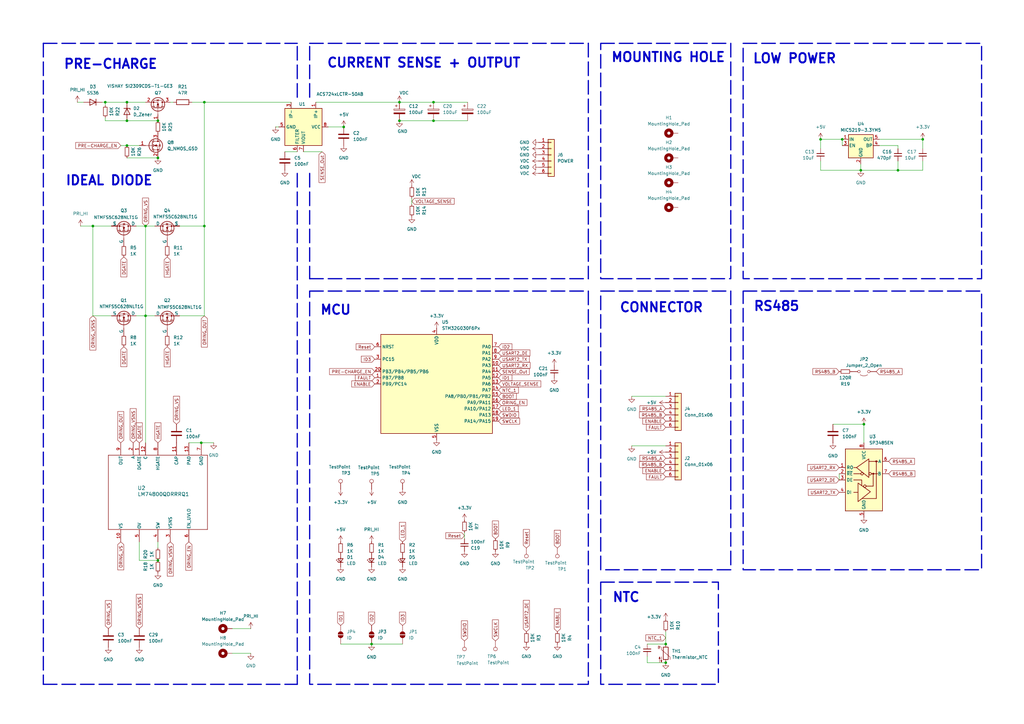
<source format=kicad_sch>
(kicad_sch (version 20250114) (generator "eeschema") (generator_version "9.0")
  (paper "A3")
  (title_block (company "TiManh"))
  (rectangle (start 304.8 17.78) (end 402.59 114.3) (stroke (width 0.508) (type dash)))
  (rectangle (start 127 119.38) (end 241.3 280.67) (stroke (width 0.508) (type dash)))
  (rectangle (start 246.38 238.76) (end 294.64 280.67) (stroke (width 0.508) (type dash)))
  (rectangle (start 304.8 119.38) (end 402.59 233.68) (stroke (width 0.508) (type dash)))
  (rectangle (start 246.38 17.78) (end 299.72 114.3) (stroke (width 0.508) (type dash)))
  (rectangle (start 246.38 119.38) (end 299.72 233.68) (stroke (width 0.508) (type dash)))
  (text "MOUNTING HOLE" (at 274.066 23.622 0) (effects (font (size 3.81 3.81) (bold yes))))
  (text "CONNECTOR" (at 271.272 126.238 0) (effects (font (size 3.81 3.81) (bold yes))))
  (text "IDEAL DIODE" (at 26.67 74.168 0) (effects (font (size 3.81 3.81) (bold yes)) (justify left)))
  (text "MCU" (at 137.668 127.254 0) (effects (font (size 3.81 3.81) (bold yes))))
  (text "RS485" (at 318.516 125.73 0) (effects (font (size 3.81 3.81) (bold yes))))
  (text "LOW POWER" (at 325.882 24.13 0) (effects (font (size 3.81 3.81) (bold yes))))
  (text "PRE-CHARGE" (at 25.908 26.416 0) (effects (font (size 3.81 3.81) (bold yes)) (justify left)))
  (text "CURRENT SENSE + OUTPUT" (at 133.858 25.908 0) (effects (font (size 3.81 3.81) (bold yes)) (justify left)))
  (text "NTC" (at 256.794 245.11 0) (effects (font (size 3.81 3.81) (bold yes))))
  (junction (at 52.07 59.69))
  (junction (at 354.33 173.99))
  (junction (at 64.77 49.53))
  (junction (at 163.83 41.91))
  (junction (at 64.77 64.77))
  (junction (at 378.46 57.15))
  (junction (at 336.55 57.15))
  (junction (at 52.07 49.53))
  (junction (at 163.83 49.53))
  (junction (at 152.4 264.16))
  (junction (at 82.55 181.61))
  (junction (at 64.77 229.87))
  (junction (at 59.69 92.71))
  (junction (at 345.44 57.15))
  (junction (at 83.82 92.71))
  (junction (at 43.18 41.91))
  (junction (at 38.1 92.71))
  (junction (at 273.05 271.78))
  (junction (at 368.3 69.85))
  (junction (at 59.69 129.54))
  (junction (at 177.8 49.53))
  (junction (at 140.97 52.07))
  (junction (at 353.06 69.85))
  (junction (at 83.82 41.91))
  (junction (at 177.8 41.91))
  (junction (at 273.05 264.16))
  (junction (at 52.07 41.91))
  (wire (pts (xy 59.69 92.71) (xy 59.69 129.54)))
  (wire (pts (xy 345.44 57.15) (xy 345.44 59.69)))
  (wire (pts (xy 49.53 59.69) (xy 52.07 59.69)))
  (wire (pts (xy 59.69 129.54) (xy 59.69 181.61)))
  (wire (pts (xy 360.68 59.69) (xy 368.3 59.69)))
  (wire (pts (xy 73.66 129.54) (xy 83.82 129.54)))
  (wire (pts (xy 165.1 264.16) (xy 152.4 264.16)))
  (wire (pts (xy 344.17 194.31) (xy 344.17 196.85)))
  (wire (pts (xy 163.83 49.53) (xy 177.8 49.53)))
  (wire (pts (xy 265.43 271.78) (xy 273.05 271.78)))
  (wire (pts (xy 353.06 67.31) (xy 353.06 69.85)))
  (polyline (pts (xy 127 19.05) (xy 127 40.64)) (stroke (width 0.508) (type dash)))
  (wire (pts (xy 265.43 264.16) (xy 273.05 264.16)))
  (wire (pts (xy 38.1 92.71) (xy 38.1 129.54)))
  (polyline (pts (xy 17.78 17.78) (xy 121.92 17.78)) (stroke (width 0.508) (type dash)))
  (wire (pts (xy 273.05 259.08) (xy 273.05 264.16)))
  (wire (pts (xy 354.33 173.99) (xy 354.33 181.61)))
  (wire (pts (xy 83.82 92.71) (xy 83.82 41.91)))
  (wire (pts (xy 77.47 181.61) (xy 82.55 181.61)))
  (polyline (pts (xy 127 114.3) (xy 241.3 114.3)) (stroke (width 0.508) (type dash)))
  (wire (pts (xy 265.43 269.24) (xy 265.43 271.78)))
  (polyline (pts (xy 127 17.78) (xy 241.3 17.78)) (stroke (width 0.508) (type dash)))
  (wire (pts (xy 177.8 41.91) (xy 191.77 41.91)))
  (wire (pts (xy 177.8 49.53) (xy 191.77 49.53)))
  (polyline (pts (xy 241.3 17.78) (xy 241.3 114.3)) (stroke (width 0.508) (type dash)))
  (wire (pts (xy 71.12 41.91) (xy 69.85 41.91)))
  (wire (pts (xy 259.08 162.56) (xy 273.05 162.56)))
  (wire (pts (xy 336.55 60.96) (xy 336.55 57.15)))
  (wire (pts (xy 38.1 92.71) (xy 45.72 92.71)))
  (wire (pts (xy 83.82 41.91) (xy 119.38 41.91)))
  (wire (pts (xy 83.82 41.91) (xy 78.74 41.91)))
  (wire (pts (xy 31.75 41.91) (xy 34.29 41.91)))
  (wire (pts (xy 43.18 41.91) (xy 52.07 41.91)))
  (wire (pts (xy 190.5 220.98) (xy 190.5 218.44)))
  (wire (pts (xy 336.55 69.85) (xy 353.06 69.85)))
  (wire (pts (xy 59.69 92.71) (xy 63.5 92.71)))
  (wire (pts (xy 43.18 43.18) (xy 43.18 41.91)))
  (wire (pts (xy 368.3 60.96) (xy 368.3 59.69)))
  (wire (pts (xy 33.02 92.71) (xy 38.1 92.71)))
  (wire (pts (xy 52.07 41.91) (xy 59.69 41.91)))
  (wire (pts (xy 41.91 41.91) (xy 43.18 41.91)))
  (wire (pts (xy 102.87 267.97) (xy 95.25 267.97)))
  (wire (pts (xy 152.4 264.16) (xy 139.7 264.16)))
  (wire (pts (xy 368.3 66.04) (xy 368.3 69.85)))
  (wire (pts (xy 43.18 49.53) (xy 52.07 49.53)))
  (wire (pts (xy 73.66 92.71) (xy 83.82 92.71)))
  (wire (pts (xy 52.07 49.53) (xy 64.77 49.53)))
  (wire (pts (xy 129.54 41.91) (xy 163.83 41.91)))
  (wire (pts (xy 64.77 222.25) (xy 64.77 224.79)))
  (wire (pts (xy 132.08 62.23) (xy 124.46 62.23)))
  (wire (pts (xy 168.91 83.82) (xy 168.91 81.28)))
  (polyline (pts (xy 17.78 280.67) (xy 121.92 280.67)) (stroke (width 0.508) (type dash)))
  (wire (pts (xy 55.88 92.71) (xy 59.69 92.71)))
  (wire (pts (xy 368.3 69.85) (xy 378.46 69.85)))
  (wire (pts (xy 102.87 257.81) (xy 95.25 257.81)))
  (polyline (pts (xy 121.92 71.12) (xy 121.92 280.67)) (stroke (width 0.508) (type dash)))
  (wire (pts (xy 353.06 69.85) (xy 368.3 69.85)))
  (wire (pts (xy 38.1 129.54) (xy 45.72 129.54)))
  (wire (pts (xy 140.97 52.07) (xy 134.62 52.07)))
  (wire (pts (xy 336.55 57.15) (xy 345.44 57.15)))
  (wire (pts (xy 116.84 62.23) (xy 121.92 62.23)))
  (wire (pts (xy 59.69 129.54) (xy 63.5 129.54)))
  (wire (pts (xy 378.46 66.04) (xy 378.46 69.85)))
  (wire (pts (xy 64.77 229.87) (xy 57.15 229.87)))
  (wire (pts (xy 52.07 59.69) (xy 57.15 59.69)))
  (wire (pts (xy 55.88 129.54) (xy 59.69 129.54)))
  (wire (pts (xy 259.08 182.88) (xy 273.05 182.88)))
  (wire (pts (xy 113.03 52.07) (xy 114.3 52.07)))
  (wire (pts (xy 336.55 66.04) (xy 336.55 69.85)))
  (wire (pts (xy 57.15 229.87) (xy 57.15 222.25)))
  (wire (pts (xy 52.07 64.77) (xy 64.77 64.77)))
  (wire (pts (xy 83.82 129.54) (xy 83.82 92.71)))
  (polyline (pts (xy 127 71.12) (xy 127 114.3)) (stroke (width 0.508) (type dash)))
  (wire (pts (xy 341.63 173.99) (xy 354.33 173.99)))
  (polyline (pts (xy 121.92 19.05) (xy 121.92 40.64)) (stroke (width 0.508) (type dash)))
  (wire (pts (xy 87.63 181.61) (xy 82.55 181.61)))
  (wire (pts (xy 43.18 48.26) (xy 43.18 49.53)))
  (wire (pts (xy 163.83 41.91) (xy 177.8 41.91)))
  (polyline (pts (xy 17.78 17.78) (xy 17.78 280.67)) (stroke (width 0.508) (type dash)))
  (wire (pts (xy 378.46 57.15) (xy 378.46 60.96)))
  (wire (pts (xy 360.68 57.15) (xy 378.46 57.15)))
  (global_label "ORING_OUT" (shape input) (at 83.82 129.54 270) (property "Intersheetrefs" "${INTERSHEET_REFS}" (effects (hide yes))))
  (global_label "SENSE_Out" (shape input) (at 204.47 152.4 0) (property "Intersheetrefs" "${INTERSHEET_REFS}" (effects (hide yes))))
  (global_label "ENABLE" (shape input) (at 273.05 193.04 180) (property "Intersheetrefs" "${INTERSHEET_REFS}" (effects (hide yes))))
  (global_label "HGATE" (shape input) (at 64.77 181.61 90) (property "Intersheetrefs" "${INTERSHEET_REFS}" (effects (hide yes))))
  (global_label "ID2" (shape input) (at 204.47 142.24 0) (property "Intersheetrefs" "${INTERSHEET_REFS}" (effects (hide yes))))
  (global_label "FAULT" (shape input) (at 273.05 195.58 180) (property "Intersheetrefs" "${INTERSHEET_REFS}" (effects (hide yes))))
  (global_label "ORING_VSNS" (shape input) (at 38.1 129.54 270) (property "Intersheetrefs" "${INTERSHEET_REFS}" (effects (hide yes))))
  (global_label "PRE-CHARGE_EN" (shape input) (at 49.53 59.69 180) (property "Intersheetrefs" "${INTERSHEET_REFS}" (effects (hide yes))))
  (global_label "ID1" (shape input) (at 204.47 154.94 0) (property "Intersheetrefs" "${INTERSHEET_REFS}" (effects (hide yes))))
  (global_label "VOLTAGE_SENSE" (shape input) (at 168.91 82.55 0) (property "Intersheetrefs" "${INTERSHEET_REFS}" (effects (hide yes))))
  (global_label "Reset" (shape input) (at 215.9 224.79 90) (property "Intersheetrefs" "${INTERSHEET_REFS}" (effects (hide yes))))
  (global_label "FAULT" (shape input) (at 153.67 154.94 180) (property "Intersheetrefs" "${INTERSHEET_REFS}" (effects (hide yes))))
  (global_label "RS485_B" (shape input) (at 344.17 152.4 180) (property "Intersheetrefs" "${INTERSHEET_REFS}" (effects (hide yes))))
  (global_label "ID1" (shape input) (at 139.7 256.54 90) (property "Intersheetrefs" "${INTERSHEET_REFS}" (effects (hide yes))))
  (global_label "SWCLK" (shape input) (at 204.47 172.72 0) (property "Intersheetrefs" "${INTERSHEET_REFS}" (effects (hide yes))))
  (global_label "SWCLK" (shape input) (at 203.2 262.89 90) (property "Intersheetrefs" "${INTERSHEET_REFS}" (effects (hide yes))))
  (global_label "ENABLE" (shape input) (at 228.6 259.08 90) (property "Intersheetrefs" "${INTERSHEET_REFS}" (effects (hide yes))))
  (global_label "USART2_DE" (shape input) (at 215.9 259.08 90) (property "Intersheetrefs" "${INTERSHEET_REFS}" (effects (hide yes))))
  (global_label "VOLTAGE_SENSE" (shape input) (at 204.47 157.48 0) (property "Intersheetrefs" "${INTERSHEET_REFS}" (effects (hide yes))))
  (global_label "RS485_A" (shape input) (at 273.05 187.96 180) (property "Intersheetrefs" "${INTERSHEET_REFS}" (effects (hide yes))))
  (global_label "ORING_VS" (shape input) (at 44.45 257.81 90) (property "Intersheetrefs" "${INTERSHEET_REFS}" (effects (hide yes))))
  (global_label "USART2_TX" (shape input) (at 344.17 201.93 180) (property "Intersheetrefs" "${INTERSHEET_REFS}" (effects (hide yes))))
  (global_label "FAULT" (shape input) (at 273.05 175.26 180) (property "Intersheetrefs" "${INTERSHEET_REFS}" (effects (hide yes))))
  (global_label "ID3" (shape input) (at 153.67 147.32 180) (property "Intersheetrefs" "${INTERSHEET_REFS}" (effects (hide yes))))
  (global_label "HGATE" (shape input) (at 68.58 142.24 270) (property "Intersheetrefs" "${INTERSHEET_REFS}" (effects (hide yes))))
  (global_label "ORING_VS" (shape input) (at 49.53 222.25 270) (property "Intersheetrefs" "${INTERSHEET_REFS}" (effects (hide yes))))
  (global_label "Reset" (shape input) (at 153.67 142.24 180) (property "Intersheetrefs" "${INTERSHEET_REFS}" (effects (hide yes))))
  (global_label "DGATE" (shape input) (at 50.8 105.41 270) (property "Intersheetrefs" "${INTERSHEET_REFS}" (effects (hide yes))))
  (global_label "SENSE_Out" (shape input) (at 132.08 62.23 270) (property "Intersheetrefs" "${INTERSHEET_REFS}" (effects (hide yes))))
  (global_label "ORING_VS" (shape input) (at 59.69 92.71 90) (property "Intersheetrefs" "${INTERSHEET_REFS}" (effects (hide yes))))
  (global_label "ID3" (shape input) (at 165.1 256.54 90) (property "Intersheetrefs" "${INTERSHEET_REFS}" (effects (hide yes))))
  (global_label "USART2_DE" (shape input) (at 204.47 144.78 0) (property "Intersheetrefs" "${INTERSHEET_REFS}" (effects (hide yes))))
  (global_label "USART2_RX" (shape input) (at 204.47 149.86 0) (property "Intersheetrefs" "${INTERSHEET_REFS}" (effects (hide yes))))
  (global_label "LED_1" (shape input) (at 204.47 167.64 0) (property "Intersheetrefs" "${INTERSHEET_REFS}" (effects (hide yes))))
  (global_label "ENABLE" (shape input) (at 153.67 157.48 180) (property "Intersheetrefs" "${INTERSHEET_REFS}" (effects (hide yes))))
  (global_label "USART2_TX" (shape input) (at 204.47 147.32 0) (property "Intersheetrefs" "${INTERSHEET_REFS}" (effects (hide yes))))
  (global_label "LED_1" (shape input) (at 165.1 222.25 90) (property "Intersheetrefs" "${INTERSHEET_REFS}" (effects (hide yes))))
  (global_label "NTC_1" (shape input) (at 273.05 261.62 180) (property "Intersheetrefs" "${INTERSHEET_REFS}" (effects (hide yes))))
  (global_label "RS485_B" (shape input) (at 273.05 190.5 180) (property "Intersheetrefs" "${INTERSHEET_REFS}" (effects (hide yes))))
  (global_label "NTC_1" (shape input) (at 204.47 160.02 0) (property "Intersheetrefs" "${INTERSHEET_REFS}" (effects (hide yes))))
  (global_label "ORING_EN" (shape input) (at 204.47 165.1 0) (property "Intersheetrefs" "${INTERSHEET_REFS}" (effects (hide yes))))
  (global_label "USART2_RX" (shape input) (at 344.17 191.77 180) (property "Intersheetrefs" "${INTERSHEET_REFS}" (effects (hide yes))))
  (global_label "RS485_A" (shape input) (at 273.05 167.64 180) (property "Intersheetrefs" "${INTERSHEET_REFS}" (effects (hide yes))))
  (global_label "DGATE" (shape input) (at 50.8 142.24 270) (property "Intersheetrefs" "${INTERSHEET_REFS}" (effects (hide yes))))
  (global_label "RS485_B" (shape input) (at 273.05 170.18 180) (property "Intersheetrefs" "${INTERSHEET_REFS}" (effects (hide yes))))
  (global_label "Reset" (shape input) (at 190.5 219.71 180) (property "Intersheetrefs" "${INTERSHEET_REFS}" (effects (hide yes))))
  (global_label "RS485_A" (shape input) (at 359.41 152.4 0) (property "Intersheetrefs" "${INTERSHEET_REFS}" (effects (hide yes))))
  (global_label "RS485_B" (shape input) (at 364.49 194.31 0) (property "Intersheetrefs" "${INTERSHEET_REFS}" (effects (hide yes))))
  (global_label "ORING_OUT" (shape input) (at 49.53 181.61 90) (property "Intersheetrefs" "${INTERSHEET_REFS}" (effects (hide yes))))
  (global_label "HGATE" (shape input) (at 68.58 105.41 270) (property "Intersheetrefs" "${INTERSHEET_REFS}" (effects (hide yes))))
  (global_label "ENABLE" (shape input) (at 273.05 172.72 180) (property "Intersheetrefs" "${INTERSHEET_REFS}" (effects (hide yes))))
  (global_label "ORING_VSNS" (shape input) (at 57.15 257.81 90) (property "Intersheetrefs" "${INTERSHEET_REFS}" (effects (hide yes))))
  (global_label "BOOT" (shape input) (at 228.6 224.79 90) (property "Intersheetrefs" "${INTERSHEET_REFS}" (effects (hide yes))))
  (global_label "DGATE" (shape input) (at 57.15 181.61 90) (property "Intersheetrefs" "${INTERSHEET_REFS}" (effects (hide yes))))
  (global_label "ID2" (shape input) (at 152.4 256.54 90) (property "Intersheetrefs" "${INTERSHEET_REFS}" (effects (hide yes))))
  (global_label "ORING_EN" (shape input) (at 77.47 222.25 270) (property "Intersheetrefs" "${INTERSHEET_REFS}" (effects (hide yes))))
  (global_label "BOOT" (shape input) (at 203.2 220.98 90) (property "Intersheetrefs" "${INTERSHEET_REFS}" (effects (hide yes))))
  (global_label "PRE-CHARGE_EN" (shape input) (at 153.67 152.4 180) (property "Intersheetrefs" "${INTERSHEET_REFS}" (effects (hide yes))))
  (global_label "BOOT" (shape input) (at 204.47 162.56 0) (property "Intersheetrefs" "${INTERSHEET_REFS}" (effects (hide yes))))
  (global_label "ORING_VS" (shape input) (at 72.39 173.99 90) (property "Intersheetrefs" "${INTERSHEET_REFS}" (effects (hide yes))))
  (global_label "ORING_VSNS" (shape input) (at 54.61 181.61 90) (property "Intersheetrefs" "${INTERSHEET_REFS}" (effects (hide yes))))
  (global_label "RS485_A" (shape input) (at 364.49 189.23 0) (property "Intersheetrefs" "${INTERSHEET_REFS}" (effects (hide yes))))
  (global_label "SWDIO" (shape input) (at 190.5 262.89 90) (property "Intersheetrefs" "${INTERSHEET_REFS}" (effects (hide yes))))
  (global_label "SWDIO" (shape input) (at 204.47 170.18 0) (property "Intersheetrefs" "${INTERSHEET_REFS}" (effects (hide yes))))
  (global_label "USART2_DE" (shape input) (at 344.17 196.85 180) (property "Intersheetrefs" "${INTERSHEET_REFS}" (effects (hide yes))))
  (global_label "ORING_VSNS" (shape input) (at 69.85 222.25 270) (property "Intersheetrefs" "${INTERSHEET_REFS}" (effects (hide yes))))
  (symbol (lib_id "Device:C_Polarized") (at 191.77 45.72 0) (unit 1)
    (property "Reference" "C22" (at 195.58 43.5609 0) (effects (justify left)))
    (property "Value" "100uF" (at 195.58 46.1009 0) (effects (justify left)))
    (property "Footprint" "Capacitor_THT:CP_Radial_D10.0mm_P5.00mm" (effects (hide yes)))
    (property "Description" "Polarized capacitor" (effects (hide yes)))
  )
  (symbol (lib_id "Device:C") (at 72.39 177.8 180) (unit 1)
    (property "Reference" "C1" (at 76.2 176.5299 0) (effects (justify right)))
    (property "Value" "100nF" (at 76.2 179.0699 0) (effects (justify right)))
    (property "Footprint" "Capacitor_SMD:C_0603_1608Metric" (effects (hide yes)))
    (property "Description" "Unpolarized capacitor" (effects (hide yes)))
  )
  (symbol (lib_id "Interface_UART:SP3485EN") (at 354.33 196.85 0) (unit 1)
    (property "Reference" "U3" (at 356.4733 179.07 0) (effects (justify left)))
    (property "Value" "SP3485EN" (at 356.4733 181.61 0) (effects (justify left)))
    (property "Footprint" "Package_SO:SOIC-8_3.9x4.9mm_P1.27mm" (effects (hide yes)))
    (property "Datasheet" "http://www.icbase.com/pdf/SPX/SPX00480106.pdf" (effects (hide yes)))
    (property "Description" "Industrial 3.3V Low Power Half-Duplex RS-485 Transceiver 10Mbps, SOIC-8" (effects (hide yes)))
  )
  (symbol (lib_id "Jumper:SolderJumper_2_Open") (at 152.4 260.35 270) (unit 1) (in_bom no)
    (property "Reference" "JP3" (at 154.94 259.0799 90) (effects (justify left)))
    (property "Value" "ID" (at 154.94 261.6199 90) (effects (justify left)))
    (property "Footprint" "Jumper:SolderJumper-2_P1.3mm_Open_TrianglePad1.0x1.5mm" (effects (hide yes)))
    (property "Description" "Solder Jumper, 2-pole, open" (effects (hide yes)))
  )
  (symbol (lib_id "Transistor_FET:Q_NMOS_GSD") (at 62.23 59.69 0) (unit 1)
    (property "Reference" "Q8" (at 68.58 58.4199 0) (effects (justify left)))
    (property "Value" "Q_NMOS_GSD" (at 68.58 60.9599 0) (effects (justify left)))
    (property "Footprint" "Package_TO_SOT_SMD:SOT-23" (effects (hide yes)))
    (property "Description" "N-MOSFET transistor, gate/source/drain" (effects (hide yes)))
  )
  (symbol (lib_id "power:GND") (at 259.08 162.56 0) (unit 1)
    (property "Reference" "#PWR06" (effects (hide yes)))
    (property "Value" "GND" (at 259.08 167.894 0))
    (property "Description" "Power symbol creates a global label with name \"GND\" , ground" (effects (hide yes)))
  )
  (symbol (lib_id "Mechanical:MountingHole_Pad") (at 275.59 85.09 90) (unit 1) (in_bom no)
    (property "Reference" "H4" (at 274.32 78.74 90))
    (property "Value" "MountingHole_Pad" (at 274.32 81.28 90))
    (property "Footprint" "MountingHole:MountingHole_3.2mm_M3_Pad_Via" (effects (hide yes)))
    (property "Description" "Mounting Hole with connection" (effects (hide yes)))
  )
  (symbol (lib_id "Device:R_Small") (at 68.58 102.87 0) (unit 1)
    (property "Reference" "R11" (at 71.12 101.5999 0) (effects (justify left)))
    (property "Value" "1K" (at 71.12 104.1399 0) (effects (justify left)))
    (property "Footprint" "Resistor_SMD:R_0603_1608Metric" (effects (hide yes)))
    (property "Description" "Resistor, small symbol" (effects (hide yes)))
  )
  (symbol (lib_id "Device:R_Small") (at 168.91 78.74 0) (mirror x) (unit 1)
    (property "Reference" "R13" (at 173.99 78.74 90))
    (property "Value" "10K" (at 171.45 78.74 90))
    (property "Footprint" "Resistor_SMD:R_0603_1608Metric" (effects (hide yes)))
    (property "Description" "Resistor, small symbol" (effects (hide yes)))
  )
  (symbol (lib_id "TiManh:NMOS-8PINS") (at 50.8 93.98 270) (mirror x) (unit 1)
    (property "Reference" "Q3" (at 50.8 86.36 90))
    (property "Value" "NTMFS5C628NLT1G" (at 47.498 89.154 90))
    (property "Footprint" "Package_DFN_QFN:PQFN-8-EP_6x5mm_P1.27mm_Generic" (effects (hide yes)))
  )
  (symbol (lib_id "power:GND") (at 165.1 200.66 0) (unit 1)
    (property "Reference" "#PWR064" (effects (hide yes)))
    (property "Value" "GND" (at 165.1 205.994 0))
    (property "Description" "Power symbol creates a global label with name \"GND\" , ground" (effects (hide yes)))
  )
  (symbol (lib_id "Device:R_Small") (at 168.91 86.36 0) (mirror x) (unit 1)
    (property "Reference" "R14" (at 173.99 86.36 90))
    (property "Value" "10K" (at 171.45 86.36 90))
    (property "Footprint" "Resistor_SMD:R_0603_1608Metric" (effects (hide yes)))
    (property "Description" "Resistor, small symbol" (effects (hide yes)))
  )
  (symbol (lib_id "Connector:TestPoint") (at 203.2 262.89 180) (unit 1) (in_bom no)
    (property "Reference" "TP6" (at 199.898 269.24 0) (effects (justify right)))
    (property "Value" "TestPoint" (at 199.898 271.78 0) (effects (justify right)))
    (property "Footprint" "TestPoint:TestPoint_Pad_D1.0mm" (effects (hide yes)))
    (property "Description" "test point" (effects (hide yes)))
  )
  (symbol (lib_id "Device:C") (at 116.84 66.04 180) (unit 1)
    (property "Reference" "C5" (at 120.65 64.7699 0) (effects (justify right)))
    (property "Value" "100nF" (at 120.65 67.3099 0) (effects (justify right)))
    (property "Footprint" "Capacitor_SMD:C_0603_1608Metric" (effects (hide yes)))
    (property "Description" "Unpolarized capacitor" (effects (hide yes)))
  )
  (symbol (lib_id "Regulator_Linear:MIC5219-3.3YM5") (at 353.06 59.69 0) (unit 1)
    (property "Reference" "U4" (at 353.06 50.8 0))
    (property "Value" "MIC5219-3.3YM5" (at 353.06 53.34 0))
    (property "Footprint" "Package_TO_SOT_SMD:SOT-23-5" (effects (hide yes)))
    (property "Datasheet" "http://ww1.microchip.com/downloads/en/DeviceDoc/MIC5219-500mA-Peak-Output-LDO-Regulator-DS20006021A.pdf" (effects (hide yes)))
    (property "Description" "500mA low dropout linear regulator, fixed 3.3V output, SOT-23-5" (effects (hide yes)))
  )
  (symbol (lib_id "power:GND") (at 102.87 267.97 0) (unit 1)
    (property "Reference" "#PWR045" (effects (hide yes)))
    (property "Value" "GND" (at 102.87 273.05 0))
    (property "Description" "Power symbol creates a global label with name \"GND\" , ground" (effects (hide yes)))
  )
  (symbol (lib_id "Device:R_Small") (at 190.5 215.9 0) (mirror x) (unit 1)
    (property "Reference" "R7" (at 195.58 215.9 90))
    (property "Value" "10K" (at 193.04 215.9 90))
    (property "Footprint" "Resistor_SMD:R_0603_1608Metric" (effects (hide yes)))
    (property "Description" "Resistor, small symbol" (effects (hide yes)))
  )
  (symbol (lib_id "power:+3.3V") (at 378.46 57.15 0) (unit 1)
    (property "Reference" "#PWR023" (effects (hide yes)))
    (property "Value" "+3.3V" (at 378.46 52.07 0))
    (property "Description" "Power symbol creates a global label with name \"+3.3V\"" (effects (hide yes)))
  )
  (symbol (lib_id "power:GND") (at 64.77 234.95 0) (unit 1)
    (property "Reference" "#PWR024" (effects (hide yes)))
    (property "Value" "GND" (at 64.77 240.03 0))
    (property "Description" "Power symbol creates a global label with name \"GND\" , ground" (effects (hide yes)))
  )
  (symbol (lib_id "Device:C") (at 57.15 261.62 180) (unit 1)
    (property "Reference" "C29" (at 60.96 260.3499 0) (effects (justify right)))
    (property "Value" "100nF" (at 60.96 262.8899 0) (effects (justify right)))
    (property "Footprint" "Capacitor_SMD:C_0603_1608Metric" (effects (hide yes)))
    (property "Description" "Unpolarized capacitor" (effects (hide yes)))
  )
  (symbol (lib_id "TiManh:NMOS-8PINS") (at 68.58 130.81 90) (unit 1)
    (property "Reference" "Q2" (at 68.58 123.19 90))
    (property "Value" "NTMFS5C628NLT1G" (at 73.66 125.984 90))
    (property "Footprint" "Package_DFN_QFN:PQFN-8-EP_6x5mm_P1.27mm_Generic" (effects (hide yes)))
  )
  (symbol (lib_id "power:GND") (at 203.2 226.06 0) (unit 1)
    (property "Reference" "#PWR026" (effects (hide yes)))
    (property "Value" "GND" (at 203.2 231.14 0))
    (property "Description" "Power symbol creates a global label with name \"GND\" , ground" (effects (hide yes)))
  )
  (symbol (lib_id "power:+5V") (at 139.7 222.25 0) (unit 1)
    (property "Reference" "#PWR035" (effects (hide yes)))
    (property "Value" "+5V" (at 139.7 217.17 0))
    (property "Description" "Power symbol creates a global label with name \"+5V\"" (effects (hide yes)))
  )
  (symbol (lib_id "Device:C") (at 140.97 55.88 180) (unit 1)
    (property "Reference" "C2" (at 144.78 54.6099 0) (effects (justify right)))
    (property "Value" "100nF" (at 144.78 57.1499 0) (effects (justify right)))
    (property "Footprint" "Capacitor_SMD:C_0603_1608Metric" (effects (hide yes)))
    (property "Description" "Unpolarized capacitor" (effects (hide yes)))
  )
  (symbol (lib_id "Device:C_Small") (at 265.43 266.7 0) (mirror y) (unit 1)
    (property "Reference" "C4" (at 262.89 265.4362 0) (effects (justify left)))
    (property "Value" "100nF" (at 262.89 267.9762 0) (effects (justify left)))
    (property "Footprint" "Capacitor_SMD:C_0603_1608Metric" (effects (hide yes)))
    (property "Description" "Unpolarized capacitor, small symbol" (effects (hide yes)))
  )
  (symbol (lib_id "Connector:TestPoint") (at 165.1 200.66 0) (unit 1) (in_bom no)
    (property "Reference" "TP4" (at 168.402 194.056 0) (effects (justify right)))
    (property "Value" "TestPoint" (at 168.402 191.516 0) (effects (justify right)))
    (property "Footprint" "TestPoint:TestPoint_Pad_D1.0mm" (effects (hide yes)))
    (property "Description" "test point" (effects (hide yes)))
  )
  (symbol (lib_id "Device:R_Small") (at 50.8 139.7 0) (unit 1)
    (property "Reference" "R8" (at 53.34 138.4299 0) (effects (justify left)))
    (property "Value" "1K" (at 53.34 140.9699 0) (effects (justify left)))
    (property "Footprint" "Resistor_SMD:R_0603_1608Metric" (effects (hide yes)))
    (property "Description" "Resistor, small symbol" (effects (hide yes)))
  )
  (symbol (lib_id "power:GND") (at 165.1 232.41 0) (unit 1)
    (property "Reference" "#PWR042" (effects (hide yes)))
    (property "Value" "GND" (at 165.1 237.49 0))
    (property "Description" "Power symbol creates a global label with name \"GND\" , ground" (effects (hide yes)))
  )
  (symbol (lib_id "Device:C_Small") (at 190.5 223.52 0) (mirror x) (unit 1)
    (property "Reference" "C19" (at 193.04 224.7838 0) (effects (justify left)))
    (property "Value" "100nF" (at 193.04 222.2438 0) (effects (justify left)))
    (property "Footprint" "Capacitor_SMD:C_0603_1608Metric" (effects (hide yes)))
    (property "Description" "Unpolarized capacitor, small symbol" (effects (hide yes)))
  )
  (symbol (lib_id "power:GND") (at 152.4 232.41 0) (unit 1)
    (property "Reference" "#PWR039" (effects (hide yes)))
    (property "Value" "GND" (at 152.4 237.49 0))
    (property "Description" "Power symbol creates a global label with name \"GND\" , ground" (effects (hide yes)))
  )
  (symbol (lib_id "Device:R_Small") (at 52.07 62.23 0) (mirror x) (unit 1)
    (property "Reference" "R26" (at 57.15 62.23 90))
    (property "Value" "10K" (at 54.61 62.23 90))
    (property "Footprint" "Resistor_SMD:R_0603_1608Metric" (effects (hide yes)))
    (property "Description" "Resistor, small symbol" (effects (hide yes)))
  )
  (symbol (lib_id "Connector_Generic:Conn_01x06") (at 278.13 167.64 0) (unit 1)
    (property "Reference" "J4" (at 280.67 167.6399 0) (effects (justify left)))
    (property "Value" "Conn_01x06" (at 280.67 170.1799 0) (effects (justify left)))
    (property "Footprint" "Connector_JST:JST_GH_SM06B-GHS-TB_1x06-1MP_P1.25mm_Horizontal" (effects (hide yes)))
    (property "Description" "Generic connector, single row, 01x06, script generated (kicad-library-utils/schlib/autogen/connector/)" (effects (hide yes)))
  )
  (symbol (lib_id "Device:R_Small") (at 139.7 224.79 0) (unit 1)
    (property "Reference" "R6" (at 142.24 223.5199 0) (effects (justify left)))
    (property "Value" "1K" (at 142.24 226.0599 0) (effects (justify left)))
    (property "Footprint" "Resistor_SMD:R_0603_1608Metric" (effects (hide yes)))
    (property "Description" "Resistor, small symbol" (effects (hide yes)))
  )
  (symbol (lib_id "power:+5V") (at 273.05 165.1 90) (unit 1)
    (property "Reference" "#PWR07" (effects (hide yes)))
    (property "Value" "+5V" (at 269.24 165.0999 90) (effects (justify left)))
    (property "Description" "Power symbol creates a global label with name \"+5V\"" (effects (hide yes)))
  )
  (symbol (lib_id "Device:R_Small") (at 346.71 152.4 270) (unit 1)
    (property "Reference" "R19" (at 346.71 157.48 90))
    (property "Value" "120R" (at 346.71 154.94 90))
    (property "Footprint" "Resistor_SMD:R_0603_1608Metric" (effects (hide yes)))
    (property "Description" "Resistor, small symbol" (effects (hide yes)))
  )
  (symbol (lib_id "Device:LED_Small") (at 139.7 229.87 90) (unit 1)
    (property "Reference" "D1" (at 142.24 228.5364 90) (effects (justify right)))
    (property "Value" "LED" (at 142.24 231.0764 90) (effects (justify right)))
    (property "Footprint" "LED_SMD:LED_0603_1608Metric" (effects (hide yes)))
    (property "Description" "Light emitting diode, small symbol" (effects (hide yes)))
    (property "Sim.Pin" "1=K 2=A" (effects (hide yes)))
  )
  (symbol (lib_id "Mechanical:MountingHole_Pad") (at 275.59 74.93 90) (unit 1) (in_bom no)
    (property "Reference" "H3" (at 274.32 68.58 90))
    (property "Value" "MountingHole_Pad" (at 274.32 71.12 90))
    (property "Footprint" "MountingHole:MountingHole_3.2mm_M3_Pad_Via" (effects (hide yes)))
    (property "Description" "Mounting Hole with connection" (effects (hide yes)))
  )
  (symbol (lib_id "power:VDC") (at 168.91 76.2 0) (unit 1) (on_board no)
    (property "Reference" "#PWR018" (effects (hide yes)))
    (property "Value" "VDC" (at 168.9101 72.39 0) (effects (justify left)))
    (property "Description" "Power symbol creates a global label with name \"VDC\"" (effects (hide yes)))
  )
  (symbol (lib_id "Device:D_Zener") (at 52.07 45.72 270) (unit 1)
    (property "Reference" "D2" (at 54.61 44.4499 90) (effects (justify left)))
    (property "Value" "D_Zener" (at 54.61 46.9899 90) (effects (justify left)))
    (property "Footprint" "Diode_SMD:D_SOD-323" (effects (hide yes)))
    (property "Description" "Zener diode" (effects (hide yes)))
  )
  (symbol (lib_id "Device:C") (at 44.45 261.62 180) (unit 1)
    (property "Reference" "C3" (at 48.26 260.3499 0) (effects (justify right)))
    (property "Value" "100nF" (at 48.26 262.8899 0) (effects (justify right)))
    (property "Footprint" "Capacitor_SMD:C_0603_1608Metric" (effects (hide yes)))
    (property "Description" "Unpolarized capacitor" (effects (hide yes)))
  )
  (symbol (lib_id "power:GND") (at 353.06 69.85 0) (unit 1)
    (property "Reference" "#PWR029" (effects (hide yes)))
    (property "Value" "GND" (at 353.06 74.93 0))
    (property "Description" "Power symbol creates a global label with name \"GND\" , ground" (effects (hide yes)))
  )
  (symbol (lib_id "power:GND") (at 140.97 59.69 0) (unit 1)
    (property "Reference" "#PWR011" (effects (hide yes)))
    (property "Value" "GND" (at 140.97 64.77 0))
    (property "Description" "Power symbol creates a global label with name \"GND\" , ground" (effects (hide yes)))
  )
  (symbol (lib_id "power:GND") (at 273.05 271.78 0) (unit 1)
    (property "Reference" "#PWR049" (effects (hide yes)))
    (property "Value" "GND" (at 273.05 276.86 0))
    (property "Description" "Power symbol creates a global label with name \"GND\" , ground" (effects (hide yes)))
  )
  (symbol (lib_id "power:VDC") (at 220.98 60.96 90) (unit 1)
    (property "Reference" "#PWR048" (effects (hide yes)))
    (property "Value" "VDC" (at 217.17 60.9599 90) (effects (justify left)))
    (property "Description" "Power symbol creates a global label with name \"VDC\"" (effects (hide yes)))
  )
  (symbol (lib_id "Device:C_Small") (at 227.33 152.4 0) (mirror y) (unit 1)
    (property "Reference" "C21" (at 224.79 151.1362 0) (effects (justify left)))
    (property "Value" "100nF" (at 224.79 153.6762 0) (effects (justify left)))
    (property "Footprint" "Capacitor_SMD:C_0603_1608Metric" (effects (hide yes)))
    (property "Description" "Unpolarized capacitor, small symbol" (effects (hide yes)))
  )
  (symbol (lib_id "power:GND") (at 215.9 264.16 0) (unit 1)
    (property "Reference" "#PWR043" (effects (hide yes)))
    (property "Value" "GND" (at 215.9 269.24 0))
    (property "Description" "Power symbol creates a global label with name \"GND\" , ground" (effects (hide yes)))
  )
  (symbol (lib_id "Mechanical:MountingHole_Pad") (at 92.71 267.97 90) (unit 1) (in_bom no)
    (property "Reference" "H8" (at 91.44 261.62 90))
    (property "Value" "MountingHole_Pad" (at 91.44 264.16 90))
    (property "Footprint" "MountingHole:MountingHole_3.2mm_M3_Pad_Via" (effects (hide yes)))
    (property "Description" "Mounting Hole with connection" (effects (hide yes)))
  )
  (symbol (lib_id "Connector:TestPoint") (at 215.9 224.79 180) (unit 1) (in_bom no)
    (property "Reference" "TP2" (at 219.202 232.918 0) (effects (justify left)))
    (property "Value" "TestPoint" (at 219.202 230.378 0) (effects (justify left)))
    (property "Footprint" "TestPoint:TestPoint_Pad_D1.0mm" (effects (hide yes)))
    (property "Description" "test point" (effects (hide yes)))
  )
  (symbol (lib_id "Device:R") (at 74.93 41.91 90) (unit 1)
    (property "Reference" "R21" (at 74.93 35.56 90))
    (property "Value" "47R" (at 74.93 38.1 90))
    (property "Footprint" "TiManh:TE-Connect_SM-Series" (effects (hide yes)))
    (property "Description" "Resistor" (effects (hide yes)))
  )
  (symbol (lib_id "Device:C_Small") (at 378.46 63.5 0) (mirror y) (unit 1)
    (property "Reference" "C17" (at 375.92 62.2362 0) (effects (justify left)))
    (property "Value" "10uF" (at 375.92 64.7762 0) (effects (justify left)))
    (property "Footprint" "Capacitor_SMD:C_0603_1608Metric" (effects (hide yes)))
    (property "Description" "Unpolarized capacitor, small symbol" (effects (hide yes)))
  )
  (symbol (lib_id "Device:R_Small") (at 215.9 261.62 0) (mirror x) (unit 1)
    (property "Reference" "R3" (at 220.98 261.62 90))
    (property "Value" "10K" (at 218.44 261.62 90))
    (property "Footprint" "Resistor_SMD:R_0603_1608Metric" (effects (hide yes)))
    (property "Description" "Resistor, small symbol" (effects (hide yes)))
  )
  (symbol (lib_id "MCU_ST_STM32G0:STM32G030F6Px") (at 179.07 157.48 0) (unit 1)
    (property "Reference" "U5" (at 181.2133 132.08 0) (effects (justify left)))
    (property "Value" "STM32G030F6Px" (at 181.2133 134.62 0) (effects (justify left)))
    (property "Footprint" "Package_SO:TSSOP-20_4.4x6.5mm_P0.65mm" (effects (hide yes)))
    (property "Datasheet" "https://www.st.com/resource/en/datasheet/stm32g030f6.pdf" (effects (hide yes)))
    (property "Description" "STMicroelectronics Arm Cortex-M0+ MCU, 32KB flash, 8KB RAM, 64 MHz, 2.0-3.6V, 17 GPIO, TSSOP20" (effects (hide yes)))
  )
  (symbol (lib_id "power:GND") (at 168.91 88.9 0) (unit 1)
    (property "Reference" "#PWR03" (effects (hide yes)))
    (property "Value" "GND" (at 168.91 93.98 0))
    (property "Description" "Power symbol creates a global label with name \"GND\" , ground" (effects (hide yes)))
  )
  (symbol (lib_id "Connector:TestPoint") (at 190.5 262.89 180) (unit 1) (in_bom no)
    (property "Reference" "TP7" (at 187.198 269.494 0) (effects (justify right)))
    (property "Value" "TestPoint" (at 187.198 272.034 0) (effects (justify right)))
    (property "Footprint" "TestPoint:TestPoint_Pad_D1.0mm" (effects (hide yes)))
    (property "Description" "test point" (effects (hide yes)))
  )
  (symbol (lib_id "power:+3.3V") (at 273.05 254 0) (unit 1)
    (property "Reference" "#PWR040" (effects (hide yes)))
    (property "Value" "+3.3V" (at 268.224 252.984 0))
    (property "Description" "Power symbol creates a global label with name \"+3.3V\"" (effects (hide yes)))
  )
  (symbol (lib_id "power:VDC") (at 220.98 71.12 90) (unit 1)
    (property "Reference" "#PWR051" (effects (hide yes)))
    (property "Value" "VDC" (at 217.17 71.1199 90) (effects (justify left)))
    (property "Description" "Power symbol creates a global label with name \"VDC\"" (effects (hide yes)))
  )
  (symbol (lib_id "power:GND") (at 152.4 264.16 0) (unit 1)
    (property "Reference" "#PWR027" (effects (hide yes)))
    (property "Value" "GND" (at 152.4 269.494 0))
    (property "Description" "Power symbol creates a global label with name \"GND\" , ground" (effects (hide yes)))
  )
  (symbol (lib_id "Device:D") (at 38.1 41.91 180) (unit 1)
    (property "Reference" "D3" (at 38.1 35.56 0))
    (property "Value" "SS36" (at 38.1 38.1 0))
    (property "Footprint" "Diode_SMD:D_SMA" (effects (hide yes)))
    (property "Description" "Diode" (effects (hide yes)))
    (property "Sim.Device" "D" (effects (hide yes)))
    (property "Sim.Pins" "1=K 2=A" (effects (hide yes)))
  )
  (symbol (lib_id "power:GND") (at 220.98 68.58 270) (unit 1)
    (property "Reference" "#PWR050" (effects (hide yes)))
    (property "Value" "GND" (at 217.17 68.5799 90) (effects (justify right)))
    (property "Description" "Power symbol creates a global label with name \"GND\" , ground" (effects (hide yes)))
  )
  (symbol (lib_id "power:GND") (at 190.5 226.06 0) (unit 1)
    (property "Reference" "#PWR067" (effects (hide yes)))
    (property "Value" "GND" (at 190.5 231.14 0))
    (property "Description" "Power symbol creates a global label with name \"GND\" , ground" (effects (hide yes)))
  )
  (symbol (lib_id "power:GND") (at 139.7 232.41 0) (unit 1)
    (property "Reference" "#PWR070" (effects (hide yes)))
    (property "Value" "GND" (at 139.7 237.49 0))
    (property "Description" "Power symbol creates a global label with name \"GND\" , ground" (effects (hide yes)))
  )
  (symbol (lib_id "power:+5V") (at 273.05 185.42 90) (unit 1)
    (property "Reference" "#PWR01" (effects (hide yes)))
    (property "Value" "+5V" (at 269.24 185.4199 90) (effects (justify left)))
    (property "Description" "Power symbol creates a global label with name \"+5V\"" (effects (hide yes)))
  )
  (symbol (lib_id "Device:R_Small") (at 273.05 256.54 0) (mirror x) (unit 1)
    (property "Reference" "R10" (at 278.13 256.54 90))
    (property "Value" "10K" (at 275.59 256.54 90))
    (property "Footprint" "Resistor_SMD:R_0603_1608Metric" (effects (hide yes)))
    (property "Description" "Resistor, small symbol" (effects (hide yes)))
  )
  (symbol (lib_id "Device:R_Small") (at 43.18 45.72 0) (mirror x) (unit 1)
    (property "Reference" "R22" (at 48.26 45.72 90))
    (property "Value" "10K" (at 45.72 45.72 90))
    (property "Footprint" "Resistor_SMD:R_0603_1608Metric" (effects (hide yes)))
    (property "Description" "Resistor, small symbol" (effects (hide yes)))
  )
  (symbol (lib_id "power:GND") (at 341.63 181.61 0) (unit 1)
    (property "Reference" "#PWR028" (effects (hide yes)))
    (property "Value" "GND" (at 341.63 186.944 0))
    (property "Description" "Power symbol creates a global label with name \"GND\" , ground" (effects (hide yes)))
  )
  (symbol (lib_id "power:+5V") (at 336.55 57.15 0) (unit 1)
    (property "Reference" "#PWR016" (effects (hide yes)))
    (property "Value" "+5V" (at 336.55 52.07 0))
    (property "Description" "Power symbol creates a global label with name \"+5V\"" (effects (hide yes)))
  )
  (symbol (lib_id "power:GND") (at 220.98 63.5 270) (unit 1)
    (property "Reference" "#PWR044" (effects (hide yes)))
    (property "Value" "GND" (at 217.17 63.4999 90) (effects (justify right)))
    (property "Description" "Power symbol creates a global label with name \"GND\" , ground" (effects (hide yes)))
  )
  (symbol (lib_id "Device:R_Small") (at 64.77 232.41 0) (mirror y) (unit 1)
    (property "Reference" "R18" (at 59.69 232.41 90))
    (property "Value" "1K" (at 62.23 232.41 90))
    (property "Footprint" "Resistor_SMD:R_0603_1608Metric" (effects (hide yes)))
    (property "Description" "Resistor, small symbol" (effects (hide yes)))
  )
  (symbol (lib_id "power:+5V") (at 152.4 200.66 180) (unit 1)
    (property "Reference" "#PWR034" (effects (hide yes)))
    (property "Value" "+5V" (at 152.4 205.994 0))
    (property "Description" "Power symbol creates a global label with name \"+5V\"" (effects (hide yes)))
  )
  (symbol (lib_id "Device:R_Small") (at 165.1 224.79 0) (unit 1)
    (property "Reference" "R2" (at 167.64 223.5199 0) (effects (justify left)))
    (property "Value" "1K" (at 167.64 226.0599 0) (effects (justify left)))
    (property "Footprint" "Resistor_SMD:R_0603_1608Metric" (effects (hide yes)))
    (property "Description" "Resistor, small symbol" (effects (hide yes)))
  )
  (symbol (lib_id "power:GND") (at 228.6 264.16 0) (unit 1)
    (property "Reference" "#PWR041" (effects (hide yes)))
    (property "Value" "GND" (at 228.6 269.24 0))
    (property "Description" "Power symbol creates a global label with name \"GND\" , ground" (effects (hide yes)))
  )
  (symbol (lib_id "Sensor_Current:ACS724xLCTR-50AB") (at 124.46 52.07 270) (unit 1)
    (property "Reference" "U1" (at 123.952 42.672 90))
    (property "Value" "ACS724xLCTR-50AB" (at 139.446 38.608 90))
    (property "Footprint" "Package_SO:SOIC-8_3.9x4.9mm_P1.27mm" (effects (hide yes)))
    (property "Datasheet" "http://www.allegromicro.com/~/media/Files/Datasheets/ACS724-Datasheet.ashx?la=en" (effects (hide yes)))
    (property "Description" "±50A Bidirectional Hall-Effect Current Sensor, +5.0V supply, 40mV/A, SOIC-8" (effects (hide yes)))
  )
  (symbol (lib_id "power:GND") (at 44.45 265.43 0) (unit 1)
    (property "Reference" "#PWR09" (effects (hide yes)))
    (property "Value" "GND" (at 44.45 270.51 0))
    (property "Description" "Power symbol creates a global label with name \"GND\" , ground" (effects (hide yes)))
  )
  (symbol (lib_id "power:GND") (at 113.03 52.07 0) (unit 1)
    (property "Reference" "#PWR08" (effects (hide yes)))
    (property "Value" "GND" (at 113.03 57.15 0))
    (property "Description" "Power symbol creates a global label with name \"GND\" , ground" (effects (hide yes)))
  )
  (symbol (lib_id "power:GND") (at 354.33 212.09 0) (unit 1)
    (property "Reference" "#PWR04" (effects (hide yes)))
    (property "Value" "GND" (at 354.33 217.424 0))
    (property "Description" "Power symbol creates a global label with name \"GND\" , ground" (effects (hide yes)))
  )
  (symbol (lib_id "Jumper:SolderJumper_2_Open") (at 165.1 260.35 270) (unit 1) (in_bom no)
    (property "Reference" "JP1" (at 167.64 259.0799 90) (effects (justify left)))
    (property "Value" "ID" (at 167.64 261.6199 90) (effects (justify left)))
    (property "Footprint" "Jumper:SolderJumper-2_P1.3mm_Open_TrianglePad1.0x1.5mm" (effects (hide yes)))
    (property "Description" "Solder Jumper, 2-pole, open" (effects (hide yes)))
  )
  (symbol (lib_id "Mechanical:MountingHole_Pad") (at 92.71 257.81 90) (unit 1) (in_bom no)
    (property "Reference" "H7" (at 91.44 251.46 90))
    (property "Value" "MountingHole_Pad" (at 91.44 254 90))
    (property "Footprint" "MountingHole:MountingHole_3.2mm_M3_Pad_Via" (effects (hide yes)))
    (property "Description" "Mounting Hole with connection" (effects (hide yes)))
  )
  (symbol (lib_id "power:GND") (at 163.83 49.53 0) (unit 1)
    (property "Reference" "#PWR033" (effects (hide yes)))
    (property "Value" "GND" (at 167.132 53.848 0) (effects (justify right)))
    (property "Description" "Power symbol creates a global label with name \"GND\" , ground" (effects (hide yes)))
  )
  (symbol (lib_id "Device:R_Small") (at 152.4 224.79 0) (unit 1)
    (property "Reference" "R1" (at 154.94 223.5199 0) (effects (justify left)))
    (property "Value" "1K" (at 154.94 226.0599 0) (effects (justify left)))
    (property "Footprint" "Resistor_SMD:R_0603_1608Metric" (effects (hide yes)))
    (property "Description" "Resistor, small symbol" (effects (hide yes)))
  )
  (symbol (lib_id "Device:C_Polarized") (at 177.8 45.72 0) (unit 1)
    (property "Reference" "C20" (at 181.61 43.5609 0) (effects (justify left)))
    (property "Value" "100uF" (at 181.61 46.1009 0) (effects (justify left)))
    (property "Footprint" "Capacitor_THT:CP_Radial_D10.0mm_P5.00mm" (effects (hide yes)))
    (property "Description" "Polarized capacitor" (effects (hide yes)))
  )
  (symbol (lib_id "LM74800QDRRRQ1:LM74800QDRRRQ1") (at 64.77 201.93 90) (unit 1)
    (property "Reference" "U2" (at 56.388 200.152 90) (effects (font (size 1.524 1.524)) (justify right)))
    (property "Value" "LM74800QDRRRQ1" (at 56.388 202.692 90) (effects (font (size 1.524 1.524)) (justify right)))
    (property "Footprint" "LM74800QDRRRQ1:DRR0012E" (effects (hide yes)))
    (property "Datasheet" "https://www.ti.com/lit/gpn/lm7480-q1" (effects (hide yes)))
  )
  (symbol (lib_id "power:GND") (at 64.77 64.77 0) (unit 1)
    (property "Reference" "#PWR038" (effects (hide yes)))
    (property "Value" "GND" (at 64.77 69.85 0))
    (property "Description" "Power symbol creates a global label with name \"GND\" , ground" (effects (hide yes)))
  )
  (symbol (lib_id "Device:R_Small") (at 50.8 102.87 0) (unit 1)
    (property "Reference" "R5" (at 53.34 101.5999 0) (effects (justify left)))
    (property "Value" "1K" (at 53.34 104.1399 0) (effects (justify left)))
    (property "Footprint" "Resistor_SMD:R_0603_1608Metric" (effects (hide yes)))
    (property "Description" "Resistor, small symbol" (effects (hide yes)))
  )
  (symbol (lib_id "power:GND") (at 227.33 154.94 0) (unit 1)
    (property "Reference" "#PWR019" (effects (hide yes)))
    (property "Value" "GND" (at 227.33 160.02 0))
    (property "Description" "Power symbol creates a global label with name \"GND\" , ground" (effects (hide yes)))
  )
  (symbol (lib_id "Device:C_Polarized") (at 163.83 45.72 0) (unit 1)
    (property "Reference" "C12" (at 167.64 43.5609 0) (effects (justify left)))
    (property "Value" "100uF" (at 167.64 46.1009 0) (effects (justify left)))
    (property "Footprint" "Capacitor_THT:CP_Radial_D10.0mm_P5.00mm" (effects (hide yes)))
    (property "Description" "Polarized capacitor" (effects (hide yes)))
  )
  (symbol (lib_id "Jumper:Jumper_2_Open") (at 354.33 152.4 180) (unit 1) (in_bom no)
    (property "Reference" "JP2" (at 354.33 147.32 0))
    (property "Value" "Jumper_2_Open" (at 354.33 149.86 0))
    (property "Footprint" "Jumper:SolderJumper-2_P1.3mm_Open_RoundedPad1.0x1.5mm" (effects (hide yes)))
    (property "Description" "Jumper, 2-pole, open" (effects (hide yes)))
  )
  (symbol (lib_id "TiManh:NMOS-8PINS") (at 68.58 93.98 90) (unit 1)
    (property "Reference" "Q4" (at 68.58 86.36 90))
    (property "Value" "NTMFS5C628NLT1G" (at 71.882 88.9 90))
    (property "Footprint" "Package_DFN_QFN:PQFN-8-EP_6x5mm_P1.27mm_Generic" (effects (hide yes)))
  )
  (symbol (lib_id "Device:R_Small") (at 203.2 223.52 0) (mirror x) (unit 1)
    (property "Reference" "R9" (at 208.28 223.52 90))
    (property "Value" "10K" (at 205.74 223.52 90))
    (property "Footprint" "Resistor_SMD:R_0603_1608Metric" (effects (hide yes)))
    (property "Description" "Resistor, small symbol" (effects (hide yes)))
  )
  (symbol (lib_id "power:GND") (at 220.98 58.42 270) (unit 1)
    (property "Reference" "#PWR047" (effects (hide yes)))
    (property "Value" "GND" (at 217.17 58.4199 90) (effects (justify right)))
    (property "Description" "Power symbol creates a global label with name \"GND\" , ground" (effects (hide yes)))
  )
  (symbol (lib_id "Device:R_Small") (at 68.58 139.7 0) (unit 1)
    (property "Reference" "R12" (at 71.12 138.4299 0) (effects (justify left)))
    (property "Value" "1K" (at 71.12 140.9699 0) (effects (justify left)))
    (property "Footprint" "Resistor_SMD:R_0603_1608Metric" (effects (hide yes)))
    (property "Description" "Resistor, small symbol" (effects (hide yes)))
  )
  (symbol (lib_id "power:+3.3V") (at 190.5 213.36 0) (unit 1)
    (property "Reference" "#PWR025" (effects (hide yes)))
    (property "Value" "+3.3V" (at 190.5 208.28 0))
    (property "Description" "Power symbol creates a global label with name \"+3.3V\"" (effects (hide yes)))
  )
  (symbol (lib_id "power:PRI_HI") (at 152.4 222.25 0) (unit 1)
    (property "Reference" "#PWR036" (effects (hide yes)))
    (property "Value" "PRI_HI" (at 152.4 217.17 0))
    (property "Description" "Power symbol creates a global label with name \"PRI_HI\"" (effects (hide yes)))
  )
  (symbol (lib_id "power:+3.3V") (at 179.07 134.62 0) (unit 1)
    (property "Reference" "#PWR030" (effects (hide yes)))
    (property "Value" "+3.3V" (at 179.07 129.54 0))
    (property "Description" "Power symbol creates a global label with name \"+3.3V\"" (effects (hide yes)))
  )
  (symbol (lib_id "Device:Thermistor_NTC") (at 273.05 267.97 0) (unit 1)
    (property "Reference" "TH1" (at 275.59 267.0174 0) (effects (justify left)))
    (property "Value" "Thermistor_NTC" (at 275.59 269.5574 0) (effects (justify left)))
    (property "Footprint" "Resistor_SMD:R_0603_1608Metric" (effects (hide yes)))
    (property "Description" "Temperature dependent resistor, negative temperature coefficient" (effects (hide yes)))
  )
  (symbol (lib_id "Device:R_Small") (at 64.77 227.33 0) (mirror y) (unit 1)
    (property "Reference" "R20" (at 59.69 227.33 90))
    (property "Value" "1K" (at 62.23 227.33 90))
    (property "Footprint" "Resistor_SMD:R_0603_1608Metric" (effects (hide yes)))
    (property "Description" "Resistor, small symbol" (effects (hide yes)))
  )
  (symbol (lib_id "power:+5V") (at 140.97 52.07 0) (unit 1)
    (property "Reference" "#PWR010" (effects (hide yes)))
    (property "Value" "+5V" (at 140.97 46.99 0))
    (property "Description" "Power symbol creates a global label with name \"+5V\"" (effects (hide yes)))
  )
  (symbol (lib_id "power:+3.3V") (at 139.7 200.66 180) (unit 1)
    (property "Reference" "#PWR031" (effects (hide yes)))
    (property "Value" "+3.3V" (at 139.7 205.994 0))
    (property "Description" "Power symbol creates a global label with name \"+3.3V\"" (effects (hide yes)))
  )
  (symbol (lib_id "power:PRI_HI") (at 102.87 257.81 0) (unit 1)
    (property "Reference" "#PWR017" (effects (hide yes)))
    (property "Value" "PRI_HI" (at 102.87 252.73 0))
    (property "Description" "Power symbol creates a global label with name \"PRI_HI\"" (effects (hide yes)))
  )
  (symbol (lib_id "power:GND") (at 259.08 182.88 0) (unit 1)
    (property "Reference" "#PWR05" (effects (hide yes)))
    (property "Value" "GND" (at 259.08 188.214 0))
    (property "Description" "Power symbol creates a global label with name \"GND\" , ground" (effects (hide yes)))
  )
  (symbol (lib_id "Device:C_Small") (at 336.55 63.5 0) (mirror y) (unit 1)
    (property "Reference" "C13" (at 334.01 62.2362 0) (effects (justify left)))
    (property "Value" "10uF" (at 334.01 64.7762 0) (effects (justify left)))
    (property "Footprint" "Capacitor_SMD:C_0603_1608Metric" (effects (hide yes)))
    (property "Description" "Unpolarized capacitor, small symbol" (effects (hide yes)))
  )
  (symbol (lib_id "Transistor_FET:Q_PMOS_GSD") (at 64.77 44.45 270) (mirror x) (unit 1)
    (property "Reference" "Q7" (at 64.77 38.1 90))
    (property "Value" "VISHAY SI2309CDS-T1-GE3" (at 57.404 35.306 90))
    (property "Footprint" "Package_TO_SOT_SMD:SOT-23" (effects (hide yes)))
    (property "Description" "P-MOSFET transistor, gate/source/drain" (effects (hide yes)))
  )
  (symbol (lib_id "Device:R_Small") (at 64.77 52.07 0) (mirror x) (unit 1)
    (property "Reference" "R25" (at 69.85 52.07 90))
    (property "Value" "10K" (at 67.31 52.07 90))
    (property "Footprint" "Resistor_SMD:R_0603_1608Metric" (effects (hide yes)))
    (property "Description" "Resistor, small symbol" (effects (hide yes)))
  )
  (symbol (lib_id "power:+3.3V") (at 354.33 173.99 0) (unit 1)
    (property "Reference" "#PWR022" (effects (hide yes)))
    (property "Value" "+3.3V" (at 354.33 168.91 0))
    (property "Description" "Power symbol creates a global label with name \"+3.3V\"" (effects (hide yes)))
  )
  (symbol (lib_id "power:VDC") (at 220.98 66.04 90) (unit 1)
    (property "Reference" "#PWR046" (effects (hide yes)))
    (property "Value" "VDC" (at 217.17 66.0399 90) (effects (justify left)))
    (property "Description" "Power symbol creates a global label with name \"VDC\"" (effects (hide yes)))
  )
  (symbol (lib_id "Connector:TestPoint") (at 139.7 200.66 0) (unit 1) (in_bom no)
    (property "Reference" "TP3" (at 143.764 194.056 0) (effects (justify right)))
    (property "Value" "TestPoint" (at 143.764 191.516 0) (effects (justify right)))
    (property "Footprint" "TestPoint:TestPoint_Pad_D1.0mm" (effects (hide yes)))
    (property "Description" "test point" (effects (hide yes)))
  )
  (symbol (lib_id "Jumper:SolderJumper_2_Open") (at 139.7 260.35 270) (unit 1) (in_bom no)
    (property "Reference" "JP4" (at 142.24 259.0799 90) (effects (justify left)))
    (property "Value" "ID" (at 142.24 261.6199 90) (effects (justify left)))
    (property "Footprint" "Jumper:SolderJumper-2_P1.3mm_Open_TrianglePad1.0x1.5mm" (effects (hide yes)))
    (property "Description" "Solder Jumper, 2-pole, open" (effects (hide yes)))
  )
  (symbol (lib_id "TiManh:NMOS-8PINS") (at 50.8 130.81 270) (mirror x) (unit 1)
    (property "Reference" "Q1" (at 50.8 123.19 90))
    (property "Value" "NTMFS5C628NLT1G" (at 49.784 125.73 90))
    (property "Footprint" "Package_DFN_QFN:PQFN-8-EP_6x5mm_P1.27mm_Generic" (effects (hide yes)))
  )
  (symbol (lib_id "Connector:TestPoint") (at 152.4 200.66 0) (unit 1) (in_bom no)
    (property "Reference" "TP5" (at 155.702 194.31 0) (effects (justify right)))
    (property "Value" "TestPoint" (at 155.702 191.77 0) (effects (justify right)))
    (property "Footprint" "TestPoint:TestPoint_Pad_D1.0mm" (effects (hide yes)))
    (property "Description" "test point" (effects (hide yes)))
  )
  (symbol (lib_id "Mechanical:MountingHole_Pad") (at 275.59 64.77 90) (unit 1) (in_bom no)
    (property "Reference" "H2" (at 274.32 58.42 90))
    (property "Value" "MountingHole_Pad" (at 274.32 60.96 90))
    (property "Footprint" "MountingHole:MountingHole_3.2mm_M3_Pad_Via" (effects (hide yes)))
    (property "Description" "Mounting Hole with connection" (effects (hide yes)))
  )
  (symbol (lib_id "power:PRI_HI") (at 33.02 92.71 0) (unit 1)
    (property "Reference" "#PWR015" (effects (hide yes)))
    (property "Value" "PRI_HI" (at 33.02 87.63 0))
    (property "Description" "Power symbol creates a global label with name \"PRI_HI\"" (effects (hide yes)))
  )
  (symbol (lib_id "Connector_Generic:Conn_01x06") (at 278.13 187.96 0) (unit 1)
    (property "Reference" "J2" (at 280.67 187.9599 0) (effects (justify left)))
    (property "Value" "Conn_01x06" (at 280.67 190.4999 0) (effects (justify left)))
    (property "Footprint" "Connector_JST:JST_GH_SM06B-GHS-TB_1x06-1MP_P1.25mm_Horizontal" (effects (hide yes)))
    (property "Description" "Generic connector, single row, 01x06, script generated (kicad-library-utils/schlib/autogen/connector/)" (effects (hide yes)))
  )
  (symbol (lib_id "power:GND") (at 57.15 265.43 0) (unit 1)
    (property "Reference" "#PWR037" (effects (hide yes)))
    (property "Value" "GND" (at 57.15 270.51 0))
    (property "Description" "Power symbol creates a global label with name \"GND\" , ground" (effects (hide yes)))
  )
  (symbol (lib_id "Device:R_Small") (at 228.6 261.62 0) (mirror x) (unit 1)
    (property "Reference" "R4" (at 233.68 261.62 90))
    (property "Value" "10K" (at 231.14 261.62 90))
    (property "Footprint" "Resistor_SMD:R_0603_1608Metric" (effects (hide yes)))
    (property "Description" "Resistor, small symbol" (effects (hide yes)))
  )
  (symbol (lib_id "Connector:TestPoint") (at 228.6 224.79 180) (unit 1) (in_bom no)
    (property "Reference" "TP1" (at 232.41 233.426 0) (effects (justify left)))
    (property "Value" "TestPoint" (at 232.41 230.886 0) (effects (justify left)))
    (property "Footprint" "TestPoint:TestPoint_Pad_D1.0mm" (effects (hide yes)))
    (property "Description" "test point" (effects (hide yes)))
  )
  (symbol (lib_id "Device:C_Small") (at 368.3 63.5 0) (mirror y) (unit 1)
    (property "Reference" "C16" (at 365.76 62.2362 0) (effects (justify left)))
    (property "Value" "470pF" (at 365.76 64.7762 0) (effects (justify left)))
    (property "Footprint" "Capacitor_SMD:C_0603_1608Metric" (effects (hide yes)))
    (property "Description" "Unpolarized capacitor, small symbol" (effects (hide yes)))
  )
  (symbol (lib_id "power:VDC") (at 163.83 41.91 0) (unit 1) (on_board no)
    (property "Reference" "#PWR020" (effects (hide yes)))
    (property "Value" "VDC" (at 163.8301 38.1 0) (effects (justify left)))
    (property "Description" "Power symbol creates a global label with name \"VDC\"" (effects (hide yes)))
  )
  (symbol (lib_id "power:+3.3V") (at 227.33 149.86 0) (unit 1)
    (property "Reference" "#PWR032" (effects (hide yes)))
    (property "Value" "+3.3V" (at 227.33 144.78 0))
    (property "Description" "Power symbol creates a global label with name \"+3.3V\"" (effects (hide yes)))
  )
  (symbol (lib_id "Device:LED_Small") (at 165.1 229.87 90) (unit 1)
    (property "Reference" "D5" (at 167.64 228.5364 90) (effects (justify right)))
    (property "Value" "LED" (at 167.64 231.0764 90) (effects (justify right)))
    (property "Footprint" "LED_SMD:LED_0603_1608Metric" (effects (hide yes)))
    (property "Description" "Light emitting diode, small symbol" (effects (hide yes)))
    (property "Sim.Pin" "1=K 2=A" (effects (hide yes)))
  )
  (symbol (lib_id "power:GND") (at 116.84 69.85 0) (unit 1)
    (property "Reference" "#PWR013" (effects (hide yes)))
    (property "Value" "GND" (at 116.84 74.93 0))
    (property "Description" "Power symbol creates a global label with name \"GND\" , ground" (effects (hide yes)))
  )
  (symbol (lib_id "Mechanical:MountingHole_Pad") (at 275.59 54.61 90) (unit 1) (in_bom no)
    (property "Reference" "H1" (at 274.32 48.26 90))
    (property "Value" "MountingHole_Pad" (at 274.32 50.8 90))
    (property "Footprint" "MountingHole:MountingHole_3.2mm_M3_Pad_Via" (effects (hide yes)))
    (property "Description" "Mounting Hole with connection" (effects (hide yes)))
  )
  (symbol (lib_id "Device:C") (at 341.63 177.8 180) (unit 1)
    (property "Reference" "C7" (at 345.44 176.5299 0) (effects (justify right)))
    (property "Value" "100nF" (at 345.44 179.0699 0) (effects (justify right)))
    (property "Footprint" "Capacitor_SMD:C_0603_1608Metric" (effects (hide yes)))
    (property "Description" "Unpolarized capacitor" (effects (hide yes)))
  )
  (symbol (lib_id "Connector_Generic:Conn_01x06") (at 226.06 63.5 0) (unit 1)
    (property "Reference" "J6" (at 228.6 63.4999 0) (effects (justify left)))
    (property "Value" "POWER" (at 228.6 66.0399 0) (effects (justify left)))
    (property "Footprint" "TerminalBlock_MetzConnect:TerminalBlock_MetzConnect_Type094_RT03506HBLU_1x06_P5.00mm_Horizontal" (effects (hide yes)))
    (property "Description" "Generic connector, single row, 01x06, script generated (kicad-library-utils/schlib/autogen/connector/)" (effects (hide yes)))
  )
  (symbol (lib_id "power:GND") (at 179.07 180.34 0) (unit 1)
    (property "Reference" "#PWR02" (effects (hide yes)))
    (property "Value" "GND" (at 179.07 185.42 0))
    (property "Description" "Power symbol creates a global label with name \"GND\" , ground" (effects (hide yes)))
  )
  (symbol (lib_id "power:GND") (at 87.63 181.61 0) (unit 1)
    (property "Reference" "#PWR012" (effects (hide yes)))
    (property "Value" "GND" (at 87.63 186.69 0))
    (property "Description" "Power symbol creates a global label with name \"GND\" , ground" (effects (hide yes)))
  )
  (symbol (lib_id "power:PRI_HI") (at 31.75 41.91 0) (unit 1)
    (property "Reference" "#PWR014" (effects (hide yes)))
    (property "Value" "PRI_HI" (at 31.75 36.83 0))
    (property "Description" "Power symbol creates a global label with name \"PRI_HI\"" (effects (hide yes)))
  )
  (symbol (lib_id "Device:LED_Small") (at 152.4 229.87 90) (unit 1)
    (property "Reference" "D4" (at 154.94 228.5364 90) (effects (justify right)))
    (property "Value" "LED" (at 154.94 231.0764 90) (effects (justify right)))
    (property "Footprint" "LED_SMD:LED_0603_1608Metric" (effects (hide yes)))
    (property "Description" "Light emitting diode, small symbol" (effects (hide yes)))
    (property "Sim.Pin" "1=K 2=A" (effects (hide yes)))
  )
)
</source>
